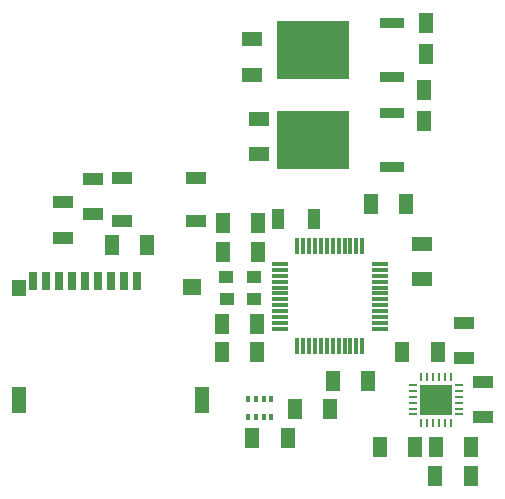
<source format=gtp>
G04*
G04 #@! TF.GenerationSoftware,Altium Limited,Altium Designer,21.6.1 (37)*
G04*
G04 Layer_Color=8421504*
%FSLAX25Y25*%
%MOIN*%
G70*
G04*
G04 #@! TF.SameCoordinates,5AA223CE-A3B5-4ABD-9865-E1F73ECA8A72*
G04*
G04*
G04 #@! TF.FilePolarity,Positive*
G04*
G01*
G75*
%ADD16R,0.07087X0.03937*%
%ADD17R,0.02756X0.06299*%
%ADD18R,0.04724X0.05512*%
%ADD19R,0.04724X0.08661*%
%ADD20R,0.06299X0.05512*%
%ADD21R,0.04528X0.07087*%
%ADD22R,0.07087X0.04331*%
%ADD23R,0.04842X0.07087*%
%ADD24R,0.24410X0.19291*%
%ADD25R,0.08268X0.03740*%
%ADD26R,0.07087X0.04528*%
%ADD27R,0.03150X0.00984*%
%ADD28R,0.00984X0.03150*%
%ADD29R,0.10630X0.10236*%
%ADD30R,0.05118X0.04331*%
%ADD31R,0.03937X0.07087*%
%ADD32R,0.01378X0.01968*%
%ADD33R,0.05709X0.01181*%
%ADD34R,0.01181X0.05709*%
D16*
X545669Y287402D02*
D03*
Y275591D02*
D03*
X551968Y267717D02*
D03*
Y255906D02*
D03*
X422048Y323622D02*
D03*
Y335433D02*
D03*
X412205Y315748D02*
D03*
Y327559D02*
D03*
D17*
X436811Y301378D02*
D03*
X432480D02*
D03*
X428150D02*
D03*
X423819D02*
D03*
X419488D02*
D03*
X415158D02*
D03*
X410827D02*
D03*
X406496D02*
D03*
X402165D02*
D03*
D18*
X397441Y299016D02*
D03*
D19*
Y261614D02*
D03*
X458465Y261614D02*
D03*
D20*
X454921Y299410D02*
D03*
D21*
X440157Y313386D02*
D03*
X428346D02*
D03*
X525197Y277559D02*
D03*
X537008D02*
D03*
X548228Y246063D02*
D03*
X536417D02*
D03*
X548031Y236220D02*
D03*
X536220D02*
D03*
X517717Y246063D02*
D03*
X529528D02*
D03*
X514567Y327166D02*
D03*
X526378D02*
D03*
X465355Y320866D02*
D03*
X477166D02*
D03*
X464961Y277559D02*
D03*
X476772D02*
D03*
X501181Y258661D02*
D03*
X489370D02*
D03*
X475197Y249213D02*
D03*
X487008D02*
D03*
X513779Y268110D02*
D03*
X501968D02*
D03*
X464961Y287008D02*
D03*
X476772D02*
D03*
X477165Y311023D02*
D03*
X465354D02*
D03*
D22*
X456299Y321260D02*
D03*
X431890D02*
D03*
Y335827D02*
D03*
X456299D02*
D03*
D23*
X533071Y377166D02*
D03*
D03*
Y387480D02*
D03*
X532283Y364960D02*
D03*
D03*
Y354645D02*
D03*
D24*
X495331Y378346D02*
D03*
Y348425D02*
D03*
D25*
X521654Y387323D02*
D03*
Y369370D02*
D03*
Y357402D02*
D03*
Y339449D02*
D03*
D26*
X475197Y381890D02*
D03*
Y370079D02*
D03*
X531890Y301969D02*
D03*
Y313780D02*
D03*
X477559Y355512D02*
D03*
Y343701D02*
D03*
D27*
X528740Y266732D02*
D03*
Y264764D02*
D03*
Y262795D02*
D03*
Y260827D02*
D03*
Y258858D02*
D03*
Y256890D02*
D03*
X544095D02*
D03*
Y258858D02*
D03*
Y260827D02*
D03*
Y262795D02*
D03*
Y264764D02*
D03*
Y266732D02*
D03*
D28*
X531496Y254134D02*
D03*
X533465D02*
D03*
X535433D02*
D03*
X537402D02*
D03*
X539370D02*
D03*
X541339D02*
D03*
Y269488D02*
D03*
X539370D02*
D03*
X537402D02*
D03*
X535433D02*
D03*
X533465D02*
D03*
X531496D02*
D03*
D29*
X536417Y261811D02*
D03*
D30*
X466546Y302751D02*
D03*
X475601D02*
D03*
X466607Y295242D02*
D03*
X475619Y295306D02*
D03*
D31*
X483858Y322047D02*
D03*
X495669D02*
D03*
D32*
X481496Y255906D02*
D03*
X478937D02*
D03*
X473819D02*
D03*
X481496Y262205D02*
D03*
X478937D02*
D03*
X476378D02*
D03*
Y255906D02*
D03*
X473819Y262205D02*
D03*
D33*
X484350Y307087D02*
D03*
Y305118D02*
D03*
Y303150D02*
D03*
Y301181D02*
D03*
Y299213D02*
D03*
Y297244D02*
D03*
Y295276D02*
D03*
Y293307D02*
D03*
Y291339D02*
D03*
Y289370D02*
D03*
Y287402D02*
D03*
X517618Y307087D02*
D03*
Y305118D02*
D03*
Y303150D02*
D03*
Y301181D02*
D03*
Y299213D02*
D03*
Y297244D02*
D03*
Y295276D02*
D03*
Y293307D02*
D03*
Y291339D02*
D03*
Y289370D02*
D03*
Y287402D02*
D03*
Y285433D02*
D03*
X484350D02*
D03*
D34*
X492126Y279626D02*
D03*
X494095D02*
D03*
X496063D02*
D03*
X498032D02*
D03*
X500000D02*
D03*
X501968D02*
D03*
X503937D02*
D03*
X505905D02*
D03*
X507874D02*
D03*
X509842D02*
D03*
X511811D02*
D03*
X509842Y312894D02*
D03*
X507874D02*
D03*
X505905D02*
D03*
X503937D02*
D03*
X501968D02*
D03*
X500000D02*
D03*
X498032D02*
D03*
X496063D02*
D03*
X494095D02*
D03*
X492126D02*
D03*
X490158D02*
D03*
Y279626D02*
D03*
X511811Y312894D02*
D03*
M02*

</source>
